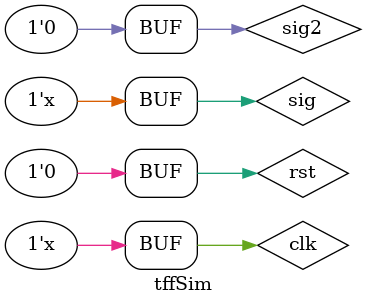
<source format=sv>
`timescale 1ns / 1ps


module tffSim(

    );
    
    logic sig = 0;
    logic sig2 = 0;
    logic rst = 0;
    wire clk = sig ^ sig2;
    logic q;
    always #2 sig = ~sig;
    TFlipFlop tff (.t('1), .start('0), .clk(clk), .rst('0), .q(q));
    
    initial begin
        #15
        sig2 = 1;
        #15
        sig2 = 0;
        #15
        sig2 = 1;
        #5
        sig2 = 0;
    end
endmodule

</source>
